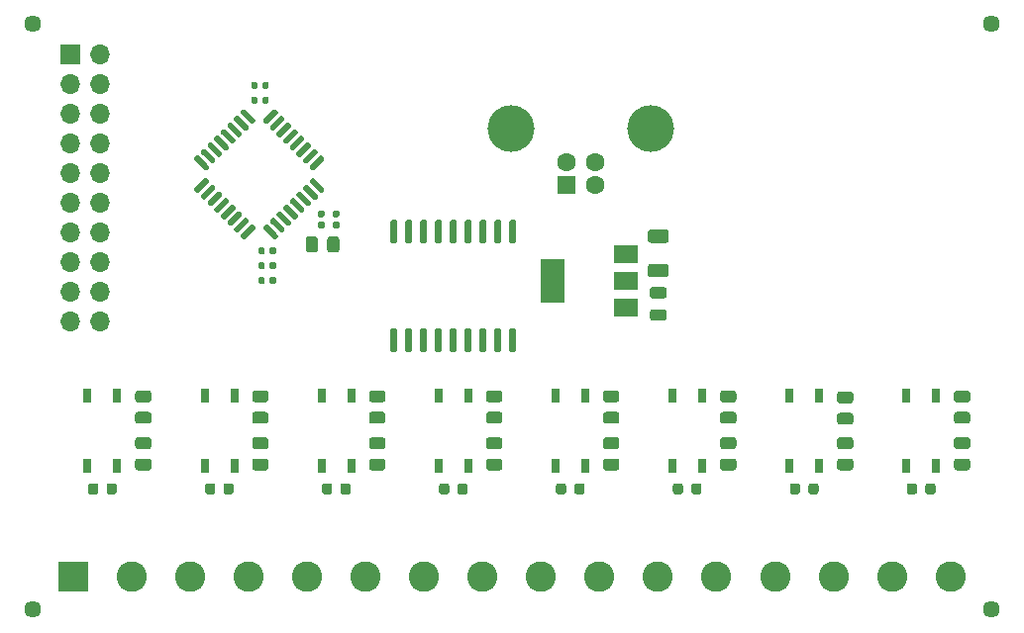
<source format=gbr>
G04 #@! TF.GenerationSoftware,KiCad,Pcbnew,(5.1.8)-1*
G04 #@! TF.CreationDate,2021-01-10T11:48:34-05:00*
G04 #@! TF.ProjectId,Relacon,52656c61-636f-46e2-9e6b-696361645f70,1*
G04 #@! TF.SameCoordinates,Original*
G04 #@! TF.FileFunction,Soldermask,Top*
G04 #@! TF.FilePolarity,Negative*
%FSLAX46Y46*%
G04 Gerber Fmt 4.6, Leading zero omitted, Abs format (unit mm)*
G04 Created by KiCad (PCBNEW (5.1.8)-1) date 2021-01-10 11:48:34*
%MOMM*%
%LPD*%
G01*
G04 APERTURE LIST*
%ADD10C,1.448000*%
%ADD11R,2.600000X2.600000*%
%ADD12C,2.600000*%
%ADD13R,0.800000X1.200000*%
%ADD14R,2.000000X1.500000*%
%ADD15R,2.000000X3.800000*%
%ADD16O,1.700000X1.700000*%
%ADD17R,1.700000X1.700000*%
%ADD18C,4.000000*%
%ADD19C,1.600000*%
%ADD20R,1.600000X1.600000*%
G04 APERTURE END LIST*
D10*
X128905000Y-65405000D03*
X210820000Y-65405000D03*
X210820000Y-115570000D03*
X128905000Y-115570000D03*
D11*
X132350000Y-112750000D03*
D12*
X137350000Y-112750000D03*
X142350000Y-112750000D03*
X147350000Y-112750000D03*
X152350000Y-112750000D03*
X157350000Y-112750000D03*
X162350000Y-112750000D03*
X167350000Y-112750000D03*
X172350000Y-112750000D03*
X177350000Y-112750000D03*
X182350000Y-112750000D03*
X187350000Y-112750000D03*
X192350000Y-112750000D03*
X197350000Y-112750000D03*
X202350000Y-112750000D03*
X207350000Y-112750000D03*
D13*
X203580000Y-103250000D03*
X203580000Y-97250000D03*
X206120000Y-97250000D03*
X206120000Y-103250000D03*
X193580000Y-103250000D03*
X193580000Y-97250000D03*
X196120000Y-97250000D03*
X196120000Y-103250000D03*
X183580000Y-103250000D03*
X183580000Y-97250000D03*
X186120000Y-97250000D03*
X186120000Y-103250000D03*
X173580000Y-103250000D03*
X173580000Y-97250000D03*
X176120000Y-97250000D03*
X176120000Y-103250000D03*
X163580000Y-103250000D03*
X163580000Y-97250000D03*
X166120000Y-97250000D03*
X166120000Y-103250000D03*
X153580000Y-103250000D03*
X153580000Y-97250000D03*
X156120000Y-97250000D03*
X156120000Y-103250000D03*
X143580000Y-103250000D03*
X143580000Y-97250000D03*
X146120000Y-97250000D03*
X146120000Y-103250000D03*
X133580000Y-103250000D03*
X133580000Y-97250000D03*
X136120000Y-97250000D03*
X136120000Y-103250000D03*
G36*
G01*
X169776000Y-91509000D02*
X170076000Y-91509000D01*
G75*
G02*
X170226000Y-91659000I0J-150000D01*
G01*
X170226000Y-93409000D01*
G75*
G02*
X170076000Y-93559000I-150000J0D01*
G01*
X169776000Y-93559000D01*
G75*
G02*
X169626000Y-93409000I0J150000D01*
G01*
X169626000Y-91659000D01*
G75*
G02*
X169776000Y-91509000I150000J0D01*
G01*
G37*
G36*
G01*
X168506000Y-91509000D02*
X168806000Y-91509000D01*
G75*
G02*
X168956000Y-91659000I0J-150000D01*
G01*
X168956000Y-93409000D01*
G75*
G02*
X168806000Y-93559000I-150000J0D01*
G01*
X168506000Y-93559000D01*
G75*
G02*
X168356000Y-93409000I0J150000D01*
G01*
X168356000Y-91659000D01*
G75*
G02*
X168506000Y-91509000I150000J0D01*
G01*
G37*
G36*
G01*
X167236000Y-91509000D02*
X167536000Y-91509000D01*
G75*
G02*
X167686000Y-91659000I0J-150000D01*
G01*
X167686000Y-93409000D01*
G75*
G02*
X167536000Y-93559000I-150000J0D01*
G01*
X167236000Y-93559000D01*
G75*
G02*
X167086000Y-93409000I0J150000D01*
G01*
X167086000Y-91659000D01*
G75*
G02*
X167236000Y-91509000I150000J0D01*
G01*
G37*
G36*
G01*
X165966000Y-91509000D02*
X166266000Y-91509000D01*
G75*
G02*
X166416000Y-91659000I0J-150000D01*
G01*
X166416000Y-93409000D01*
G75*
G02*
X166266000Y-93559000I-150000J0D01*
G01*
X165966000Y-93559000D01*
G75*
G02*
X165816000Y-93409000I0J150000D01*
G01*
X165816000Y-91659000D01*
G75*
G02*
X165966000Y-91509000I150000J0D01*
G01*
G37*
G36*
G01*
X164696000Y-91509000D02*
X164996000Y-91509000D01*
G75*
G02*
X165146000Y-91659000I0J-150000D01*
G01*
X165146000Y-93409000D01*
G75*
G02*
X164996000Y-93559000I-150000J0D01*
G01*
X164696000Y-93559000D01*
G75*
G02*
X164546000Y-93409000I0J150000D01*
G01*
X164546000Y-91659000D01*
G75*
G02*
X164696000Y-91509000I150000J0D01*
G01*
G37*
G36*
G01*
X163426000Y-91509000D02*
X163726000Y-91509000D01*
G75*
G02*
X163876000Y-91659000I0J-150000D01*
G01*
X163876000Y-93409000D01*
G75*
G02*
X163726000Y-93559000I-150000J0D01*
G01*
X163426000Y-93559000D01*
G75*
G02*
X163276000Y-93409000I0J150000D01*
G01*
X163276000Y-91659000D01*
G75*
G02*
X163426000Y-91509000I150000J0D01*
G01*
G37*
G36*
G01*
X162156000Y-91509000D02*
X162456000Y-91509000D01*
G75*
G02*
X162606000Y-91659000I0J-150000D01*
G01*
X162606000Y-93409000D01*
G75*
G02*
X162456000Y-93559000I-150000J0D01*
G01*
X162156000Y-93559000D01*
G75*
G02*
X162006000Y-93409000I0J150000D01*
G01*
X162006000Y-91659000D01*
G75*
G02*
X162156000Y-91509000I150000J0D01*
G01*
G37*
G36*
G01*
X160886000Y-91509000D02*
X161186000Y-91509000D01*
G75*
G02*
X161336000Y-91659000I0J-150000D01*
G01*
X161336000Y-93409000D01*
G75*
G02*
X161186000Y-93559000I-150000J0D01*
G01*
X160886000Y-93559000D01*
G75*
G02*
X160736000Y-93409000I0J150000D01*
G01*
X160736000Y-91659000D01*
G75*
G02*
X160886000Y-91509000I150000J0D01*
G01*
G37*
G36*
G01*
X159616000Y-91509000D02*
X159916000Y-91509000D01*
G75*
G02*
X160066000Y-91659000I0J-150000D01*
G01*
X160066000Y-93409000D01*
G75*
G02*
X159916000Y-93559000I-150000J0D01*
G01*
X159616000Y-93559000D01*
G75*
G02*
X159466000Y-93409000I0J150000D01*
G01*
X159466000Y-91659000D01*
G75*
G02*
X159616000Y-91509000I150000J0D01*
G01*
G37*
G36*
G01*
X159616000Y-82209000D02*
X159916000Y-82209000D01*
G75*
G02*
X160066000Y-82359000I0J-150000D01*
G01*
X160066000Y-84109000D01*
G75*
G02*
X159916000Y-84259000I-150000J0D01*
G01*
X159616000Y-84259000D01*
G75*
G02*
X159466000Y-84109000I0J150000D01*
G01*
X159466000Y-82359000D01*
G75*
G02*
X159616000Y-82209000I150000J0D01*
G01*
G37*
G36*
G01*
X160886000Y-82209000D02*
X161186000Y-82209000D01*
G75*
G02*
X161336000Y-82359000I0J-150000D01*
G01*
X161336000Y-84109000D01*
G75*
G02*
X161186000Y-84259000I-150000J0D01*
G01*
X160886000Y-84259000D01*
G75*
G02*
X160736000Y-84109000I0J150000D01*
G01*
X160736000Y-82359000D01*
G75*
G02*
X160886000Y-82209000I150000J0D01*
G01*
G37*
G36*
G01*
X162156000Y-82209000D02*
X162456000Y-82209000D01*
G75*
G02*
X162606000Y-82359000I0J-150000D01*
G01*
X162606000Y-84109000D01*
G75*
G02*
X162456000Y-84259000I-150000J0D01*
G01*
X162156000Y-84259000D01*
G75*
G02*
X162006000Y-84109000I0J150000D01*
G01*
X162006000Y-82359000D01*
G75*
G02*
X162156000Y-82209000I150000J0D01*
G01*
G37*
G36*
G01*
X163426000Y-82209000D02*
X163726000Y-82209000D01*
G75*
G02*
X163876000Y-82359000I0J-150000D01*
G01*
X163876000Y-84109000D01*
G75*
G02*
X163726000Y-84259000I-150000J0D01*
G01*
X163426000Y-84259000D01*
G75*
G02*
X163276000Y-84109000I0J150000D01*
G01*
X163276000Y-82359000D01*
G75*
G02*
X163426000Y-82209000I150000J0D01*
G01*
G37*
G36*
G01*
X164696000Y-82209000D02*
X164996000Y-82209000D01*
G75*
G02*
X165146000Y-82359000I0J-150000D01*
G01*
X165146000Y-84109000D01*
G75*
G02*
X164996000Y-84259000I-150000J0D01*
G01*
X164696000Y-84259000D01*
G75*
G02*
X164546000Y-84109000I0J150000D01*
G01*
X164546000Y-82359000D01*
G75*
G02*
X164696000Y-82209000I150000J0D01*
G01*
G37*
G36*
G01*
X165966000Y-82209000D02*
X166266000Y-82209000D01*
G75*
G02*
X166416000Y-82359000I0J-150000D01*
G01*
X166416000Y-84109000D01*
G75*
G02*
X166266000Y-84259000I-150000J0D01*
G01*
X165966000Y-84259000D01*
G75*
G02*
X165816000Y-84109000I0J150000D01*
G01*
X165816000Y-82359000D01*
G75*
G02*
X165966000Y-82209000I150000J0D01*
G01*
G37*
G36*
G01*
X167236000Y-82209000D02*
X167536000Y-82209000D01*
G75*
G02*
X167686000Y-82359000I0J-150000D01*
G01*
X167686000Y-84109000D01*
G75*
G02*
X167536000Y-84259000I-150000J0D01*
G01*
X167236000Y-84259000D01*
G75*
G02*
X167086000Y-84109000I0J150000D01*
G01*
X167086000Y-82359000D01*
G75*
G02*
X167236000Y-82209000I150000J0D01*
G01*
G37*
G36*
G01*
X168506000Y-82209000D02*
X168806000Y-82209000D01*
G75*
G02*
X168956000Y-82359000I0J-150000D01*
G01*
X168956000Y-84109000D01*
G75*
G02*
X168806000Y-84259000I-150000J0D01*
G01*
X168506000Y-84259000D01*
G75*
G02*
X168356000Y-84109000I0J150000D01*
G01*
X168356000Y-82359000D01*
G75*
G02*
X168506000Y-82209000I150000J0D01*
G01*
G37*
G36*
G01*
X169776000Y-82209000D02*
X170076000Y-82209000D01*
G75*
G02*
X170226000Y-82359000I0J-150000D01*
G01*
X170226000Y-84109000D01*
G75*
G02*
X170076000Y-84259000I-150000J0D01*
G01*
X169776000Y-84259000D01*
G75*
G02*
X169626000Y-84109000I0J150000D01*
G01*
X169626000Y-82359000D01*
G75*
G02*
X169776000Y-82209000I150000J0D01*
G01*
G37*
D14*
X179602000Y-89754000D03*
X179602000Y-85154000D03*
X179602000Y-87454000D03*
D15*
X173302000Y-87454000D03*
G36*
G01*
X147904446Y-82976905D02*
X147020563Y-83860788D01*
G75*
G02*
X146843787Y-83860788I-88388J88388D01*
G01*
X146667010Y-83684011D01*
G75*
G02*
X146667010Y-83507235I88388J88388D01*
G01*
X147550893Y-82623352D01*
G75*
G02*
X147727669Y-82623352I88388J-88388D01*
G01*
X147904446Y-82800129D01*
G75*
G02*
X147904446Y-82976905I-88388J-88388D01*
G01*
G37*
G36*
G01*
X147338761Y-82411219D02*
X146454878Y-83295102D01*
G75*
G02*
X146278102Y-83295102I-88388J88388D01*
G01*
X146101325Y-83118325D01*
G75*
G02*
X146101325Y-82941549I88388J88388D01*
G01*
X146985208Y-82057666D01*
G75*
G02*
X147161984Y-82057666I88388J-88388D01*
G01*
X147338761Y-82234443D01*
G75*
G02*
X147338761Y-82411219I-88388J-88388D01*
G01*
G37*
G36*
G01*
X146773075Y-81845534D02*
X145889192Y-82729417D01*
G75*
G02*
X145712416Y-82729417I-88388J88388D01*
G01*
X145535639Y-82552640D01*
G75*
G02*
X145535639Y-82375864I88388J88388D01*
G01*
X146419522Y-81491981D01*
G75*
G02*
X146596298Y-81491981I88388J-88388D01*
G01*
X146773075Y-81668758D01*
G75*
G02*
X146773075Y-81845534I-88388J-88388D01*
G01*
G37*
G36*
G01*
X146207390Y-81279849D02*
X145323507Y-82163732D01*
G75*
G02*
X145146731Y-82163732I-88388J88388D01*
G01*
X144969954Y-81986955D01*
G75*
G02*
X144969954Y-81810179I88388J88388D01*
G01*
X145853837Y-80926296D01*
G75*
G02*
X146030613Y-80926296I88388J-88388D01*
G01*
X146207390Y-81103073D01*
G75*
G02*
X146207390Y-81279849I-88388J-88388D01*
G01*
G37*
G36*
G01*
X145641704Y-80714163D02*
X144757821Y-81598046D01*
G75*
G02*
X144581045Y-81598046I-88388J88388D01*
G01*
X144404268Y-81421269D01*
G75*
G02*
X144404268Y-81244493I88388J88388D01*
G01*
X145288151Y-80360610D01*
G75*
G02*
X145464927Y-80360610I88388J-88388D01*
G01*
X145641704Y-80537387D01*
G75*
G02*
X145641704Y-80714163I-88388J-88388D01*
G01*
G37*
G36*
G01*
X145076019Y-80148478D02*
X144192136Y-81032361D01*
G75*
G02*
X144015360Y-81032361I-88388J88388D01*
G01*
X143838583Y-80855584D01*
G75*
G02*
X143838583Y-80678808I88388J88388D01*
G01*
X144722466Y-79794925D01*
G75*
G02*
X144899242Y-79794925I88388J-88388D01*
G01*
X145076019Y-79971702D01*
G75*
G02*
X145076019Y-80148478I-88388J-88388D01*
G01*
G37*
G36*
G01*
X144510334Y-79582792D02*
X143626451Y-80466675D01*
G75*
G02*
X143449675Y-80466675I-88388J88388D01*
G01*
X143272898Y-80289898D01*
G75*
G02*
X143272898Y-80113122I88388J88388D01*
G01*
X144156781Y-79229239D01*
G75*
G02*
X144333557Y-79229239I88388J-88388D01*
G01*
X144510334Y-79406016D01*
G75*
G02*
X144510334Y-79582792I-88388J-88388D01*
G01*
G37*
G36*
G01*
X143944648Y-79017107D02*
X143060765Y-79900990D01*
G75*
G02*
X142883989Y-79900990I-88388J88388D01*
G01*
X142707212Y-79724213D01*
G75*
G02*
X142707212Y-79547437I88388J88388D01*
G01*
X143591095Y-78663554D01*
G75*
G02*
X143767871Y-78663554I88388J-88388D01*
G01*
X143944648Y-78840331D01*
G75*
G02*
X143944648Y-79017107I-88388J-88388D01*
G01*
G37*
G36*
G01*
X143944648Y-77779669D02*
X143767871Y-77956446D01*
G75*
G02*
X143591095Y-77956446I-88388J88388D01*
G01*
X142707212Y-77072563D01*
G75*
G02*
X142707212Y-76895787I88388J88388D01*
G01*
X142883989Y-76719010D01*
G75*
G02*
X143060765Y-76719010I88388J-88388D01*
G01*
X143944648Y-77602893D01*
G75*
G02*
X143944648Y-77779669I-88388J-88388D01*
G01*
G37*
G36*
G01*
X144510334Y-77213984D02*
X144333557Y-77390761D01*
G75*
G02*
X144156781Y-77390761I-88388J88388D01*
G01*
X143272898Y-76506878D01*
G75*
G02*
X143272898Y-76330102I88388J88388D01*
G01*
X143449675Y-76153325D01*
G75*
G02*
X143626451Y-76153325I88388J-88388D01*
G01*
X144510334Y-77037208D01*
G75*
G02*
X144510334Y-77213984I-88388J-88388D01*
G01*
G37*
G36*
G01*
X145076019Y-76648298D02*
X144899242Y-76825075D01*
G75*
G02*
X144722466Y-76825075I-88388J88388D01*
G01*
X143838583Y-75941192D01*
G75*
G02*
X143838583Y-75764416I88388J88388D01*
G01*
X144015360Y-75587639D01*
G75*
G02*
X144192136Y-75587639I88388J-88388D01*
G01*
X145076019Y-76471522D01*
G75*
G02*
X145076019Y-76648298I-88388J-88388D01*
G01*
G37*
G36*
G01*
X145641704Y-76082613D02*
X145464927Y-76259390D01*
G75*
G02*
X145288151Y-76259390I-88388J88388D01*
G01*
X144404268Y-75375507D01*
G75*
G02*
X144404268Y-75198731I88388J88388D01*
G01*
X144581045Y-75021954D01*
G75*
G02*
X144757821Y-75021954I88388J-88388D01*
G01*
X145641704Y-75905837D01*
G75*
G02*
X145641704Y-76082613I-88388J-88388D01*
G01*
G37*
G36*
G01*
X146207390Y-75516927D02*
X146030613Y-75693704D01*
G75*
G02*
X145853837Y-75693704I-88388J88388D01*
G01*
X144969954Y-74809821D01*
G75*
G02*
X144969954Y-74633045I88388J88388D01*
G01*
X145146731Y-74456268D01*
G75*
G02*
X145323507Y-74456268I88388J-88388D01*
G01*
X146207390Y-75340151D01*
G75*
G02*
X146207390Y-75516927I-88388J-88388D01*
G01*
G37*
G36*
G01*
X146773075Y-74951242D02*
X146596298Y-75128019D01*
G75*
G02*
X146419522Y-75128019I-88388J88388D01*
G01*
X145535639Y-74244136D01*
G75*
G02*
X145535639Y-74067360I88388J88388D01*
G01*
X145712416Y-73890583D01*
G75*
G02*
X145889192Y-73890583I88388J-88388D01*
G01*
X146773075Y-74774466D01*
G75*
G02*
X146773075Y-74951242I-88388J-88388D01*
G01*
G37*
G36*
G01*
X147338761Y-74385557D02*
X147161984Y-74562334D01*
G75*
G02*
X146985208Y-74562334I-88388J88388D01*
G01*
X146101325Y-73678451D01*
G75*
G02*
X146101325Y-73501675I88388J88388D01*
G01*
X146278102Y-73324898D01*
G75*
G02*
X146454878Y-73324898I88388J-88388D01*
G01*
X147338761Y-74208781D01*
G75*
G02*
X147338761Y-74385557I-88388J-88388D01*
G01*
G37*
G36*
G01*
X147904446Y-73819871D02*
X147727669Y-73996648D01*
G75*
G02*
X147550893Y-73996648I-88388J88388D01*
G01*
X146667010Y-73112765D01*
G75*
G02*
X146667010Y-72935989I88388J88388D01*
G01*
X146843787Y-72759212D01*
G75*
G02*
X147020563Y-72759212I88388J-88388D01*
G01*
X147904446Y-73643095D01*
G75*
G02*
X147904446Y-73819871I-88388J-88388D01*
G01*
G37*
G36*
G01*
X149848990Y-73112765D02*
X148965107Y-73996648D01*
G75*
G02*
X148788331Y-73996648I-88388J88388D01*
G01*
X148611554Y-73819871D01*
G75*
G02*
X148611554Y-73643095I88388J88388D01*
G01*
X149495437Y-72759212D01*
G75*
G02*
X149672213Y-72759212I88388J-88388D01*
G01*
X149848990Y-72935989D01*
G75*
G02*
X149848990Y-73112765I-88388J-88388D01*
G01*
G37*
G36*
G01*
X150414675Y-73678451D02*
X149530792Y-74562334D01*
G75*
G02*
X149354016Y-74562334I-88388J88388D01*
G01*
X149177239Y-74385557D01*
G75*
G02*
X149177239Y-74208781I88388J88388D01*
G01*
X150061122Y-73324898D01*
G75*
G02*
X150237898Y-73324898I88388J-88388D01*
G01*
X150414675Y-73501675D01*
G75*
G02*
X150414675Y-73678451I-88388J-88388D01*
G01*
G37*
G36*
G01*
X150980361Y-74244136D02*
X150096478Y-75128019D01*
G75*
G02*
X149919702Y-75128019I-88388J88388D01*
G01*
X149742925Y-74951242D01*
G75*
G02*
X149742925Y-74774466I88388J88388D01*
G01*
X150626808Y-73890583D01*
G75*
G02*
X150803584Y-73890583I88388J-88388D01*
G01*
X150980361Y-74067360D01*
G75*
G02*
X150980361Y-74244136I-88388J-88388D01*
G01*
G37*
G36*
G01*
X151546046Y-74809821D02*
X150662163Y-75693704D01*
G75*
G02*
X150485387Y-75693704I-88388J88388D01*
G01*
X150308610Y-75516927D01*
G75*
G02*
X150308610Y-75340151I88388J88388D01*
G01*
X151192493Y-74456268D01*
G75*
G02*
X151369269Y-74456268I88388J-88388D01*
G01*
X151546046Y-74633045D01*
G75*
G02*
X151546046Y-74809821I-88388J-88388D01*
G01*
G37*
G36*
G01*
X152111732Y-75375507D02*
X151227849Y-76259390D01*
G75*
G02*
X151051073Y-76259390I-88388J88388D01*
G01*
X150874296Y-76082613D01*
G75*
G02*
X150874296Y-75905837I88388J88388D01*
G01*
X151758179Y-75021954D01*
G75*
G02*
X151934955Y-75021954I88388J-88388D01*
G01*
X152111732Y-75198731D01*
G75*
G02*
X152111732Y-75375507I-88388J-88388D01*
G01*
G37*
G36*
G01*
X152677417Y-75941192D02*
X151793534Y-76825075D01*
G75*
G02*
X151616758Y-76825075I-88388J88388D01*
G01*
X151439981Y-76648298D01*
G75*
G02*
X151439981Y-76471522I88388J88388D01*
G01*
X152323864Y-75587639D01*
G75*
G02*
X152500640Y-75587639I88388J-88388D01*
G01*
X152677417Y-75764416D01*
G75*
G02*
X152677417Y-75941192I-88388J-88388D01*
G01*
G37*
G36*
G01*
X153243102Y-76506878D02*
X152359219Y-77390761D01*
G75*
G02*
X152182443Y-77390761I-88388J88388D01*
G01*
X152005666Y-77213984D01*
G75*
G02*
X152005666Y-77037208I88388J88388D01*
G01*
X152889549Y-76153325D01*
G75*
G02*
X153066325Y-76153325I88388J-88388D01*
G01*
X153243102Y-76330102D01*
G75*
G02*
X153243102Y-76506878I-88388J-88388D01*
G01*
G37*
G36*
G01*
X153808788Y-77072563D02*
X152924905Y-77956446D01*
G75*
G02*
X152748129Y-77956446I-88388J88388D01*
G01*
X152571352Y-77779669D01*
G75*
G02*
X152571352Y-77602893I88388J88388D01*
G01*
X153455235Y-76719010D01*
G75*
G02*
X153632011Y-76719010I88388J-88388D01*
G01*
X153808788Y-76895787D01*
G75*
G02*
X153808788Y-77072563I-88388J-88388D01*
G01*
G37*
G36*
G01*
X153808788Y-79724213D02*
X153632011Y-79900990D01*
G75*
G02*
X153455235Y-79900990I-88388J88388D01*
G01*
X152571352Y-79017107D01*
G75*
G02*
X152571352Y-78840331I88388J88388D01*
G01*
X152748129Y-78663554D01*
G75*
G02*
X152924905Y-78663554I88388J-88388D01*
G01*
X153808788Y-79547437D01*
G75*
G02*
X153808788Y-79724213I-88388J-88388D01*
G01*
G37*
G36*
G01*
X153243102Y-80289898D02*
X153066325Y-80466675D01*
G75*
G02*
X152889549Y-80466675I-88388J88388D01*
G01*
X152005666Y-79582792D01*
G75*
G02*
X152005666Y-79406016I88388J88388D01*
G01*
X152182443Y-79229239D01*
G75*
G02*
X152359219Y-79229239I88388J-88388D01*
G01*
X153243102Y-80113122D01*
G75*
G02*
X153243102Y-80289898I-88388J-88388D01*
G01*
G37*
G36*
G01*
X152677417Y-80855584D02*
X152500640Y-81032361D01*
G75*
G02*
X152323864Y-81032361I-88388J88388D01*
G01*
X151439981Y-80148478D01*
G75*
G02*
X151439981Y-79971702I88388J88388D01*
G01*
X151616758Y-79794925D01*
G75*
G02*
X151793534Y-79794925I88388J-88388D01*
G01*
X152677417Y-80678808D01*
G75*
G02*
X152677417Y-80855584I-88388J-88388D01*
G01*
G37*
G36*
G01*
X152111732Y-81421269D02*
X151934955Y-81598046D01*
G75*
G02*
X151758179Y-81598046I-88388J88388D01*
G01*
X150874296Y-80714163D01*
G75*
G02*
X150874296Y-80537387I88388J88388D01*
G01*
X151051073Y-80360610D01*
G75*
G02*
X151227849Y-80360610I88388J-88388D01*
G01*
X152111732Y-81244493D01*
G75*
G02*
X152111732Y-81421269I-88388J-88388D01*
G01*
G37*
G36*
G01*
X151546046Y-81986955D02*
X151369269Y-82163732D01*
G75*
G02*
X151192493Y-82163732I-88388J88388D01*
G01*
X150308610Y-81279849D01*
G75*
G02*
X150308610Y-81103073I88388J88388D01*
G01*
X150485387Y-80926296D01*
G75*
G02*
X150662163Y-80926296I88388J-88388D01*
G01*
X151546046Y-81810179D01*
G75*
G02*
X151546046Y-81986955I-88388J-88388D01*
G01*
G37*
G36*
G01*
X150980361Y-82552640D02*
X150803584Y-82729417D01*
G75*
G02*
X150626808Y-82729417I-88388J88388D01*
G01*
X149742925Y-81845534D01*
G75*
G02*
X149742925Y-81668758I88388J88388D01*
G01*
X149919702Y-81491981D01*
G75*
G02*
X150096478Y-81491981I88388J-88388D01*
G01*
X150980361Y-82375864D01*
G75*
G02*
X150980361Y-82552640I-88388J-88388D01*
G01*
G37*
G36*
G01*
X150414675Y-83118325D02*
X150237898Y-83295102D01*
G75*
G02*
X150061122Y-83295102I-88388J88388D01*
G01*
X149177239Y-82411219D01*
G75*
G02*
X149177239Y-82234443I88388J88388D01*
G01*
X149354016Y-82057666D01*
G75*
G02*
X149530792Y-82057666I88388J-88388D01*
G01*
X150414675Y-82941549D01*
G75*
G02*
X150414675Y-83118325I-88388J-88388D01*
G01*
G37*
G36*
G01*
X149848990Y-83684011D02*
X149672213Y-83860788D01*
G75*
G02*
X149495437Y-83860788I-88388J88388D01*
G01*
X148611554Y-82976905D01*
G75*
G02*
X148611554Y-82800129I88388J88388D01*
G01*
X148788331Y-82623352D01*
G75*
G02*
X148965107Y-82623352I88388J-88388D01*
G01*
X149848990Y-83507235D01*
G75*
G02*
X149848990Y-83684011I-88388J-88388D01*
G01*
G37*
G36*
G01*
X207899998Y-98650000D02*
X208800002Y-98650000D01*
G75*
G02*
X209050000Y-98899998I0J-249998D01*
G01*
X209050000Y-99425002D01*
G75*
G02*
X208800002Y-99675000I-249998J0D01*
G01*
X207899998Y-99675000D01*
G75*
G02*
X207650000Y-99425002I0J249998D01*
G01*
X207650000Y-98899998D01*
G75*
G02*
X207899998Y-98650000I249998J0D01*
G01*
G37*
G36*
G01*
X207899998Y-96825000D02*
X208800002Y-96825000D01*
G75*
G02*
X209050000Y-97074998I0J-249998D01*
G01*
X209050000Y-97600002D01*
G75*
G02*
X208800002Y-97850000I-249998J0D01*
G01*
X207899998Y-97850000D01*
G75*
G02*
X207650000Y-97600002I0J249998D01*
G01*
X207650000Y-97074998D01*
G75*
G02*
X207899998Y-96825000I249998J0D01*
G01*
G37*
G36*
G01*
X197899998Y-98737500D02*
X198800002Y-98737500D01*
G75*
G02*
X199050000Y-98987498I0J-249998D01*
G01*
X199050000Y-99512502D01*
G75*
G02*
X198800002Y-99762500I-249998J0D01*
G01*
X197899998Y-99762500D01*
G75*
G02*
X197650000Y-99512502I0J249998D01*
G01*
X197650000Y-98987498D01*
G75*
G02*
X197899998Y-98737500I249998J0D01*
G01*
G37*
G36*
G01*
X197899998Y-96912500D02*
X198800002Y-96912500D01*
G75*
G02*
X199050000Y-97162498I0J-249998D01*
G01*
X199050000Y-97687502D01*
G75*
G02*
X198800002Y-97937500I-249998J0D01*
G01*
X197899998Y-97937500D01*
G75*
G02*
X197650000Y-97687502I0J249998D01*
G01*
X197650000Y-97162498D01*
G75*
G02*
X197899998Y-96912500I249998J0D01*
G01*
G37*
G36*
G01*
X187899998Y-98650000D02*
X188800002Y-98650000D01*
G75*
G02*
X189050000Y-98899998I0J-249998D01*
G01*
X189050000Y-99425002D01*
G75*
G02*
X188800002Y-99675000I-249998J0D01*
G01*
X187899998Y-99675000D01*
G75*
G02*
X187650000Y-99425002I0J249998D01*
G01*
X187650000Y-98899998D01*
G75*
G02*
X187899998Y-98650000I249998J0D01*
G01*
G37*
G36*
G01*
X187899998Y-96825000D02*
X188800002Y-96825000D01*
G75*
G02*
X189050000Y-97074998I0J-249998D01*
G01*
X189050000Y-97600002D01*
G75*
G02*
X188800002Y-97850000I-249998J0D01*
G01*
X187899998Y-97850000D01*
G75*
G02*
X187650000Y-97600002I0J249998D01*
G01*
X187650000Y-97074998D01*
G75*
G02*
X187899998Y-96825000I249998J0D01*
G01*
G37*
G36*
G01*
X177899998Y-98650000D02*
X178800002Y-98650000D01*
G75*
G02*
X179050000Y-98899998I0J-249998D01*
G01*
X179050000Y-99425002D01*
G75*
G02*
X178800002Y-99675000I-249998J0D01*
G01*
X177899998Y-99675000D01*
G75*
G02*
X177650000Y-99425002I0J249998D01*
G01*
X177650000Y-98899998D01*
G75*
G02*
X177899998Y-98650000I249998J0D01*
G01*
G37*
G36*
G01*
X177899998Y-96825000D02*
X178800002Y-96825000D01*
G75*
G02*
X179050000Y-97074998I0J-249998D01*
G01*
X179050000Y-97600002D01*
G75*
G02*
X178800002Y-97850000I-249998J0D01*
G01*
X177899998Y-97850000D01*
G75*
G02*
X177650000Y-97600002I0J249998D01*
G01*
X177650000Y-97074998D01*
G75*
G02*
X177899998Y-96825000I249998J0D01*
G01*
G37*
G36*
G01*
X207899998Y-102650000D02*
X208800002Y-102650000D01*
G75*
G02*
X209050000Y-102899998I0J-249998D01*
G01*
X209050000Y-103425002D01*
G75*
G02*
X208800002Y-103675000I-249998J0D01*
G01*
X207899998Y-103675000D01*
G75*
G02*
X207650000Y-103425002I0J249998D01*
G01*
X207650000Y-102899998D01*
G75*
G02*
X207899998Y-102650000I249998J0D01*
G01*
G37*
G36*
G01*
X207899998Y-100825000D02*
X208800002Y-100825000D01*
G75*
G02*
X209050000Y-101074998I0J-249998D01*
G01*
X209050000Y-101600002D01*
G75*
G02*
X208800002Y-101850000I-249998J0D01*
G01*
X207899998Y-101850000D01*
G75*
G02*
X207650000Y-101600002I0J249998D01*
G01*
X207650000Y-101074998D01*
G75*
G02*
X207899998Y-100825000I249998J0D01*
G01*
G37*
G36*
G01*
X197899998Y-102650000D02*
X198800002Y-102650000D01*
G75*
G02*
X199050000Y-102899998I0J-249998D01*
G01*
X199050000Y-103425002D01*
G75*
G02*
X198800002Y-103675000I-249998J0D01*
G01*
X197899998Y-103675000D01*
G75*
G02*
X197650000Y-103425002I0J249998D01*
G01*
X197650000Y-102899998D01*
G75*
G02*
X197899998Y-102650000I249998J0D01*
G01*
G37*
G36*
G01*
X197899998Y-100825000D02*
X198800002Y-100825000D01*
G75*
G02*
X199050000Y-101074998I0J-249998D01*
G01*
X199050000Y-101600002D01*
G75*
G02*
X198800002Y-101850000I-249998J0D01*
G01*
X197899998Y-101850000D01*
G75*
G02*
X197650000Y-101600002I0J249998D01*
G01*
X197650000Y-101074998D01*
G75*
G02*
X197899998Y-100825000I249998J0D01*
G01*
G37*
G36*
G01*
X187899998Y-102650000D02*
X188800002Y-102650000D01*
G75*
G02*
X189050000Y-102899998I0J-249998D01*
G01*
X189050000Y-103425002D01*
G75*
G02*
X188800002Y-103675000I-249998J0D01*
G01*
X187899998Y-103675000D01*
G75*
G02*
X187650000Y-103425002I0J249998D01*
G01*
X187650000Y-102899998D01*
G75*
G02*
X187899998Y-102650000I249998J0D01*
G01*
G37*
G36*
G01*
X187899998Y-100825000D02*
X188800002Y-100825000D01*
G75*
G02*
X189050000Y-101074998I0J-249998D01*
G01*
X189050000Y-101600002D01*
G75*
G02*
X188800002Y-101850000I-249998J0D01*
G01*
X187899998Y-101850000D01*
G75*
G02*
X187650000Y-101600002I0J249998D01*
G01*
X187650000Y-101074998D01*
G75*
G02*
X187899998Y-100825000I249998J0D01*
G01*
G37*
G36*
G01*
X177899998Y-102650000D02*
X178800002Y-102650000D01*
G75*
G02*
X179050000Y-102899998I0J-249998D01*
G01*
X179050000Y-103425002D01*
G75*
G02*
X178800002Y-103675000I-249998J0D01*
G01*
X177899998Y-103675000D01*
G75*
G02*
X177650000Y-103425002I0J249998D01*
G01*
X177650000Y-102899998D01*
G75*
G02*
X177899998Y-102650000I249998J0D01*
G01*
G37*
G36*
G01*
X177899998Y-100825000D02*
X178800002Y-100825000D01*
G75*
G02*
X179050000Y-101074998I0J-249998D01*
G01*
X179050000Y-101600002D01*
G75*
G02*
X178800002Y-101850000I-249998J0D01*
G01*
X177899998Y-101850000D01*
G75*
G02*
X177650000Y-101600002I0J249998D01*
G01*
X177650000Y-101074998D01*
G75*
G02*
X177899998Y-100825000I249998J0D01*
G01*
G37*
G36*
G01*
X167899998Y-98650000D02*
X168800002Y-98650000D01*
G75*
G02*
X169050000Y-98899998I0J-249998D01*
G01*
X169050000Y-99425002D01*
G75*
G02*
X168800002Y-99675000I-249998J0D01*
G01*
X167899998Y-99675000D01*
G75*
G02*
X167650000Y-99425002I0J249998D01*
G01*
X167650000Y-98899998D01*
G75*
G02*
X167899998Y-98650000I249998J0D01*
G01*
G37*
G36*
G01*
X167899998Y-96825000D02*
X168800002Y-96825000D01*
G75*
G02*
X169050000Y-97074998I0J-249998D01*
G01*
X169050000Y-97600002D01*
G75*
G02*
X168800002Y-97850000I-249998J0D01*
G01*
X167899998Y-97850000D01*
G75*
G02*
X167650000Y-97600002I0J249998D01*
G01*
X167650000Y-97074998D01*
G75*
G02*
X167899998Y-96825000I249998J0D01*
G01*
G37*
G36*
G01*
X157899998Y-98650000D02*
X158800002Y-98650000D01*
G75*
G02*
X159050000Y-98899998I0J-249998D01*
G01*
X159050000Y-99425002D01*
G75*
G02*
X158800002Y-99675000I-249998J0D01*
G01*
X157899998Y-99675000D01*
G75*
G02*
X157650000Y-99425002I0J249998D01*
G01*
X157650000Y-98899998D01*
G75*
G02*
X157899998Y-98650000I249998J0D01*
G01*
G37*
G36*
G01*
X157899998Y-96825000D02*
X158800002Y-96825000D01*
G75*
G02*
X159050000Y-97074998I0J-249998D01*
G01*
X159050000Y-97600002D01*
G75*
G02*
X158800002Y-97850000I-249998J0D01*
G01*
X157899998Y-97850000D01*
G75*
G02*
X157650000Y-97600002I0J249998D01*
G01*
X157650000Y-97074998D01*
G75*
G02*
X157899998Y-96825000I249998J0D01*
G01*
G37*
G36*
G01*
X147899998Y-98650000D02*
X148800002Y-98650000D01*
G75*
G02*
X149050000Y-98899998I0J-249998D01*
G01*
X149050000Y-99425002D01*
G75*
G02*
X148800002Y-99675000I-249998J0D01*
G01*
X147899998Y-99675000D01*
G75*
G02*
X147650000Y-99425002I0J249998D01*
G01*
X147650000Y-98899998D01*
G75*
G02*
X147899998Y-98650000I249998J0D01*
G01*
G37*
G36*
G01*
X147899998Y-96825000D02*
X148800002Y-96825000D01*
G75*
G02*
X149050000Y-97074998I0J-249998D01*
G01*
X149050000Y-97600002D01*
G75*
G02*
X148800002Y-97850000I-249998J0D01*
G01*
X147899998Y-97850000D01*
G75*
G02*
X147650000Y-97600002I0J249998D01*
G01*
X147650000Y-97074998D01*
G75*
G02*
X147899998Y-96825000I249998J0D01*
G01*
G37*
G36*
G01*
X137899998Y-98650000D02*
X138800002Y-98650000D01*
G75*
G02*
X139050000Y-98899998I0J-249998D01*
G01*
X139050000Y-99425002D01*
G75*
G02*
X138800002Y-99675000I-249998J0D01*
G01*
X137899998Y-99675000D01*
G75*
G02*
X137650000Y-99425002I0J249998D01*
G01*
X137650000Y-98899998D01*
G75*
G02*
X137899998Y-98650000I249998J0D01*
G01*
G37*
G36*
G01*
X137899998Y-96825000D02*
X138800002Y-96825000D01*
G75*
G02*
X139050000Y-97074998I0J-249998D01*
G01*
X139050000Y-97600002D01*
G75*
G02*
X138800002Y-97850000I-249998J0D01*
G01*
X137899998Y-97850000D01*
G75*
G02*
X137650000Y-97600002I0J249998D01*
G01*
X137650000Y-97074998D01*
G75*
G02*
X137899998Y-96825000I249998J0D01*
G01*
G37*
G36*
G01*
X167899998Y-102650000D02*
X168800002Y-102650000D01*
G75*
G02*
X169050000Y-102899998I0J-249998D01*
G01*
X169050000Y-103425002D01*
G75*
G02*
X168800002Y-103675000I-249998J0D01*
G01*
X167899998Y-103675000D01*
G75*
G02*
X167650000Y-103425002I0J249998D01*
G01*
X167650000Y-102899998D01*
G75*
G02*
X167899998Y-102650000I249998J0D01*
G01*
G37*
G36*
G01*
X167899998Y-100825000D02*
X168800002Y-100825000D01*
G75*
G02*
X169050000Y-101074998I0J-249998D01*
G01*
X169050000Y-101600002D01*
G75*
G02*
X168800002Y-101850000I-249998J0D01*
G01*
X167899998Y-101850000D01*
G75*
G02*
X167650000Y-101600002I0J249998D01*
G01*
X167650000Y-101074998D01*
G75*
G02*
X167899998Y-100825000I249998J0D01*
G01*
G37*
G36*
G01*
X157899998Y-102650000D02*
X158800002Y-102650000D01*
G75*
G02*
X159050000Y-102899998I0J-249998D01*
G01*
X159050000Y-103425002D01*
G75*
G02*
X158800002Y-103675000I-249998J0D01*
G01*
X157899998Y-103675000D01*
G75*
G02*
X157650000Y-103425002I0J249998D01*
G01*
X157650000Y-102899998D01*
G75*
G02*
X157899998Y-102650000I249998J0D01*
G01*
G37*
G36*
G01*
X157899998Y-100825000D02*
X158800002Y-100825000D01*
G75*
G02*
X159050000Y-101074998I0J-249998D01*
G01*
X159050000Y-101600002D01*
G75*
G02*
X158800002Y-101850000I-249998J0D01*
G01*
X157899998Y-101850000D01*
G75*
G02*
X157650000Y-101600002I0J249998D01*
G01*
X157650000Y-101074998D01*
G75*
G02*
X157899998Y-100825000I249998J0D01*
G01*
G37*
G36*
G01*
X147899998Y-102650000D02*
X148800002Y-102650000D01*
G75*
G02*
X149050000Y-102899998I0J-249998D01*
G01*
X149050000Y-103425002D01*
G75*
G02*
X148800002Y-103675000I-249998J0D01*
G01*
X147899998Y-103675000D01*
G75*
G02*
X147650000Y-103425002I0J249998D01*
G01*
X147650000Y-102899998D01*
G75*
G02*
X147899998Y-102650000I249998J0D01*
G01*
G37*
G36*
G01*
X147899998Y-100825000D02*
X148800002Y-100825000D01*
G75*
G02*
X149050000Y-101074998I0J-249998D01*
G01*
X149050000Y-101600002D01*
G75*
G02*
X148800002Y-101850000I-249998J0D01*
G01*
X147899998Y-101850000D01*
G75*
G02*
X147650000Y-101600002I0J249998D01*
G01*
X147650000Y-101074998D01*
G75*
G02*
X147899998Y-100825000I249998J0D01*
G01*
G37*
G36*
G01*
X137899998Y-102650000D02*
X138800002Y-102650000D01*
G75*
G02*
X139050000Y-102899998I0J-249998D01*
G01*
X139050000Y-103425002D01*
G75*
G02*
X138800002Y-103675000I-249998J0D01*
G01*
X137899998Y-103675000D01*
G75*
G02*
X137650000Y-103425002I0J249998D01*
G01*
X137650000Y-102899998D01*
G75*
G02*
X137899998Y-102650000I249998J0D01*
G01*
G37*
G36*
G01*
X137899998Y-100825000D02*
X138800002Y-100825000D01*
G75*
G02*
X139050000Y-101074998I0J-249998D01*
G01*
X139050000Y-101600002D01*
G75*
G02*
X138800002Y-101850000I-249998J0D01*
G01*
X137899998Y-101850000D01*
G75*
G02*
X137650000Y-101600002I0J249998D01*
G01*
X137650000Y-101074998D01*
G75*
G02*
X137899998Y-100825000I249998J0D01*
G01*
G37*
G36*
G01*
X153270000Y-83877998D02*
X153270000Y-84778002D01*
G75*
G02*
X153020002Y-85028000I-249998J0D01*
G01*
X152494998Y-85028000D01*
G75*
G02*
X152245000Y-84778002I0J249998D01*
G01*
X152245000Y-83877998D01*
G75*
G02*
X152494998Y-83628000I249998J0D01*
G01*
X153020002Y-83628000D01*
G75*
G02*
X153270000Y-83877998I0J-249998D01*
G01*
G37*
G36*
G01*
X155095000Y-83877998D02*
X155095000Y-84778002D01*
G75*
G02*
X154845002Y-85028000I-249998J0D01*
G01*
X154319998Y-85028000D01*
G75*
G02*
X154070000Y-84778002I0J249998D01*
G01*
X154070000Y-83877998D01*
G75*
G02*
X154319998Y-83628000I249998J0D01*
G01*
X154845002Y-83628000D01*
G75*
G02*
X155095000Y-83877998I0J-249998D01*
G01*
G37*
D16*
X134620000Y-90932000D03*
X132080000Y-90932000D03*
X134620000Y-88392000D03*
X132080000Y-88392000D03*
X134620000Y-85852000D03*
X132080000Y-85852000D03*
X134620000Y-83312000D03*
X132080000Y-83312000D03*
X134620000Y-80772000D03*
X132080000Y-80772000D03*
X134620000Y-78232000D03*
X132080000Y-78232000D03*
X134620000Y-75692000D03*
X132080000Y-75692000D03*
X134620000Y-73152000D03*
X132080000Y-73152000D03*
X134620000Y-70612000D03*
X132080000Y-70612000D03*
X134620000Y-68072000D03*
D17*
X132080000Y-68072000D03*
D18*
X169748000Y-74388000D03*
X181748000Y-74388000D03*
D19*
X174498000Y-77248000D03*
X176998000Y-77248000D03*
X176998000Y-79248000D03*
D20*
X174498000Y-79248000D03*
G36*
G01*
X205200000Y-105506250D02*
X205200000Y-104993750D01*
G75*
G02*
X205418750Y-104775000I218750J0D01*
G01*
X205856250Y-104775000D01*
G75*
G02*
X206075000Y-104993750I0J-218750D01*
G01*
X206075000Y-105506250D01*
G75*
G02*
X205856250Y-105725000I-218750J0D01*
G01*
X205418750Y-105725000D01*
G75*
G02*
X205200000Y-105506250I0J218750D01*
G01*
G37*
G36*
G01*
X203625000Y-105506250D02*
X203625000Y-104993750D01*
G75*
G02*
X203843750Y-104775000I218750J0D01*
G01*
X204281250Y-104775000D01*
G75*
G02*
X204500000Y-104993750I0J-218750D01*
G01*
X204500000Y-105506250D01*
G75*
G02*
X204281250Y-105725000I-218750J0D01*
G01*
X203843750Y-105725000D01*
G75*
G02*
X203625000Y-105506250I0J218750D01*
G01*
G37*
G36*
G01*
X195200000Y-105506250D02*
X195200000Y-104993750D01*
G75*
G02*
X195418750Y-104775000I218750J0D01*
G01*
X195856250Y-104775000D01*
G75*
G02*
X196075000Y-104993750I0J-218750D01*
G01*
X196075000Y-105506250D01*
G75*
G02*
X195856250Y-105725000I-218750J0D01*
G01*
X195418750Y-105725000D01*
G75*
G02*
X195200000Y-105506250I0J218750D01*
G01*
G37*
G36*
G01*
X193625000Y-105506250D02*
X193625000Y-104993750D01*
G75*
G02*
X193843750Y-104775000I218750J0D01*
G01*
X194281250Y-104775000D01*
G75*
G02*
X194500000Y-104993750I0J-218750D01*
G01*
X194500000Y-105506250D01*
G75*
G02*
X194281250Y-105725000I-218750J0D01*
G01*
X193843750Y-105725000D01*
G75*
G02*
X193625000Y-105506250I0J218750D01*
G01*
G37*
G36*
G01*
X185200000Y-105506250D02*
X185200000Y-104993750D01*
G75*
G02*
X185418750Y-104775000I218750J0D01*
G01*
X185856250Y-104775000D01*
G75*
G02*
X186075000Y-104993750I0J-218750D01*
G01*
X186075000Y-105506250D01*
G75*
G02*
X185856250Y-105725000I-218750J0D01*
G01*
X185418750Y-105725000D01*
G75*
G02*
X185200000Y-105506250I0J218750D01*
G01*
G37*
G36*
G01*
X183625000Y-105506250D02*
X183625000Y-104993750D01*
G75*
G02*
X183843750Y-104775000I218750J0D01*
G01*
X184281250Y-104775000D01*
G75*
G02*
X184500000Y-104993750I0J-218750D01*
G01*
X184500000Y-105506250D01*
G75*
G02*
X184281250Y-105725000I-218750J0D01*
G01*
X183843750Y-105725000D01*
G75*
G02*
X183625000Y-105506250I0J218750D01*
G01*
G37*
G36*
G01*
X175200000Y-105506250D02*
X175200000Y-104993750D01*
G75*
G02*
X175418750Y-104775000I218750J0D01*
G01*
X175856250Y-104775000D01*
G75*
G02*
X176075000Y-104993750I0J-218750D01*
G01*
X176075000Y-105506250D01*
G75*
G02*
X175856250Y-105725000I-218750J0D01*
G01*
X175418750Y-105725000D01*
G75*
G02*
X175200000Y-105506250I0J218750D01*
G01*
G37*
G36*
G01*
X173625000Y-105506250D02*
X173625000Y-104993750D01*
G75*
G02*
X173843750Y-104775000I218750J0D01*
G01*
X174281250Y-104775000D01*
G75*
G02*
X174500000Y-104993750I0J-218750D01*
G01*
X174500000Y-105506250D01*
G75*
G02*
X174281250Y-105725000I-218750J0D01*
G01*
X173843750Y-105725000D01*
G75*
G02*
X173625000Y-105506250I0J218750D01*
G01*
G37*
G36*
G01*
X165200000Y-105506250D02*
X165200000Y-104993750D01*
G75*
G02*
X165418750Y-104775000I218750J0D01*
G01*
X165856250Y-104775000D01*
G75*
G02*
X166075000Y-104993750I0J-218750D01*
G01*
X166075000Y-105506250D01*
G75*
G02*
X165856250Y-105725000I-218750J0D01*
G01*
X165418750Y-105725000D01*
G75*
G02*
X165200000Y-105506250I0J218750D01*
G01*
G37*
G36*
G01*
X163625000Y-105506250D02*
X163625000Y-104993750D01*
G75*
G02*
X163843750Y-104775000I218750J0D01*
G01*
X164281250Y-104775000D01*
G75*
G02*
X164500000Y-104993750I0J-218750D01*
G01*
X164500000Y-105506250D01*
G75*
G02*
X164281250Y-105725000I-218750J0D01*
G01*
X163843750Y-105725000D01*
G75*
G02*
X163625000Y-105506250I0J218750D01*
G01*
G37*
G36*
G01*
X155200000Y-105506250D02*
X155200000Y-104993750D01*
G75*
G02*
X155418750Y-104775000I218750J0D01*
G01*
X155856250Y-104775000D01*
G75*
G02*
X156075000Y-104993750I0J-218750D01*
G01*
X156075000Y-105506250D01*
G75*
G02*
X155856250Y-105725000I-218750J0D01*
G01*
X155418750Y-105725000D01*
G75*
G02*
X155200000Y-105506250I0J218750D01*
G01*
G37*
G36*
G01*
X153625000Y-105506250D02*
X153625000Y-104993750D01*
G75*
G02*
X153843750Y-104775000I218750J0D01*
G01*
X154281250Y-104775000D01*
G75*
G02*
X154500000Y-104993750I0J-218750D01*
G01*
X154500000Y-105506250D01*
G75*
G02*
X154281250Y-105725000I-218750J0D01*
G01*
X153843750Y-105725000D01*
G75*
G02*
X153625000Y-105506250I0J218750D01*
G01*
G37*
G36*
G01*
X145200000Y-105506250D02*
X145200000Y-104993750D01*
G75*
G02*
X145418750Y-104775000I218750J0D01*
G01*
X145856250Y-104775000D01*
G75*
G02*
X146075000Y-104993750I0J-218750D01*
G01*
X146075000Y-105506250D01*
G75*
G02*
X145856250Y-105725000I-218750J0D01*
G01*
X145418750Y-105725000D01*
G75*
G02*
X145200000Y-105506250I0J218750D01*
G01*
G37*
G36*
G01*
X143625000Y-105506250D02*
X143625000Y-104993750D01*
G75*
G02*
X143843750Y-104775000I218750J0D01*
G01*
X144281250Y-104775000D01*
G75*
G02*
X144500000Y-104993750I0J-218750D01*
G01*
X144500000Y-105506250D01*
G75*
G02*
X144281250Y-105725000I-218750J0D01*
G01*
X143843750Y-105725000D01*
G75*
G02*
X143625000Y-105506250I0J218750D01*
G01*
G37*
G36*
G01*
X135200000Y-105506250D02*
X135200000Y-104993750D01*
G75*
G02*
X135418750Y-104775000I218750J0D01*
G01*
X135856250Y-104775000D01*
G75*
G02*
X136075000Y-104993750I0J-218750D01*
G01*
X136075000Y-105506250D01*
G75*
G02*
X135856250Y-105725000I-218750J0D01*
G01*
X135418750Y-105725000D01*
G75*
G02*
X135200000Y-105506250I0J218750D01*
G01*
G37*
G36*
G01*
X133625000Y-105506250D02*
X133625000Y-104993750D01*
G75*
G02*
X133843750Y-104775000I218750J0D01*
G01*
X134281250Y-104775000D01*
G75*
G02*
X134500000Y-104993750I0J-218750D01*
G01*
X134500000Y-105506250D01*
G75*
G02*
X134281250Y-105725000I-218750J0D01*
G01*
X133843750Y-105725000D01*
G75*
G02*
X133625000Y-105506250I0J218750D01*
G01*
G37*
G36*
G01*
X153728000Y-81986000D02*
X153388000Y-81986000D01*
G75*
G02*
X153248000Y-81846000I0J140000D01*
G01*
X153248000Y-81566000D01*
G75*
G02*
X153388000Y-81426000I140000J0D01*
G01*
X153728000Y-81426000D01*
G75*
G02*
X153868000Y-81566000I0J-140000D01*
G01*
X153868000Y-81846000D01*
G75*
G02*
X153728000Y-81986000I-140000J0D01*
G01*
G37*
G36*
G01*
X153728000Y-82946000D02*
X153388000Y-82946000D01*
G75*
G02*
X153248000Y-82806000I0J140000D01*
G01*
X153248000Y-82526000D01*
G75*
G02*
X153388000Y-82386000I140000J0D01*
G01*
X153728000Y-82386000D01*
G75*
G02*
X153868000Y-82526000I0J-140000D01*
G01*
X153868000Y-82806000D01*
G75*
G02*
X153728000Y-82946000I-140000J0D01*
G01*
G37*
G36*
G01*
X154998000Y-81986000D02*
X154658000Y-81986000D01*
G75*
G02*
X154518000Y-81846000I0J140000D01*
G01*
X154518000Y-81566000D01*
G75*
G02*
X154658000Y-81426000I140000J0D01*
G01*
X154998000Y-81426000D01*
G75*
G02*
X155138000Y-81566000I0J-140000D01*
G01*
X155138000Y-81846000D01*
G75*
G02*
X154998000Y-81986000I-140000J0D01*
G01*
G37*
G36*
G01*
X154998000Y-82946000D02*
X154658000Y-82946000D01*
G75*
G02*
X154518000Y-82806000I0J140000D01*
G01*
X154518000Y-82526000D01*
G75*
G02*
X154658000Y-82386000I140000J0D01*
G01*
X154998000Y-82386000D01*
G75*
G02*
X155138000Y-82526000I0J-140000D01*
G01*
X155138000Y-82806000D01*
G75*
G02*
X154998000Y-82946000I-140000J0D01*
G01*
G37*
G36*
G01*
X147562000Y-70876000D02*
X147562000Y-70536000D01*
G75*
G02*
X147702000Y-70396000I140000J0D01*
G01*
X147982000Y-70396000D01*
G75*
G02*
X148122000Y-70536000I0J-140000D01*
G01*
X148122000Y-70876000D01*
G75*
G02*
X147982000Y-71016000I-140000J0D01*
G01*
X147702000Y-71016000D01*
G75*
G02*
X147562000Y-70876000I0J140000D01*
G01*
G37*
G36*
G01*
X148522000Y-70876000D02*
X148522000Y-70536000D01*
G75*
G02*
X148662000Y-70396000I140000J0D01*
G01*
X148942000Y-70396000D01*
G75*
G02*
X149082000Y-70536000I0J-140000D01*
G01*
X149082000Y-70876000D01*
G75*
G02*
X148942000Y-71016000I-140000J0D01*
G01*
X148662000Y-71016000D01*
G75*
G02*
X148522000Y-70876000I0J140000D01*
G01*
G37*
G36*
G01*
X148522000Y-72146000D02*
X148522000Y-71806000D01*
G75*
G02*
X148662000Y-71666000I140000J0D01*
G01*
X148942000Y-71666000D01*
G75*
G02*
X149082000Y-71806000I0J-140000D01*
G01*
X149082000Y-72146000D01*
G75*
G02*
X148942000Y-72286000I-140000J0D01*
G01*
X148662000Y-72286000D01*
G75*
G02*
X148522000Y-72146000I0J140000D01*
G01*
G37*
G36*
G01*
X147562000Y-72146000D02*
X147562000Y-71806000D01*
G75*
G02*
X147702000Y-71666000I140000J0D01*
G01*
X147982000Y-71666000D01*
G75*
G02*
X148122000Y-71806000I0J-140000D01*
G01*
X148122000Y-72146000D01*
G75*
G02*
X147982000Y-72286000I-140000J0D01*
G01*
X147702000Y-72286000D01*
G75*
G02*
X147562000Y-72146000I0J140000D01*
G01*
G37*
G36*
G01*
X148740000Y-84712000D02*
X148740000Y-85052000D01*
G75*
G02*
X148600000Y-85192000I-140000J0D01*
G01*
X148320000Y-85192000D01*
G75*
G02*
X148180000Y-85052000I0J140000D01*
G01*
X148180000Y-84712000D01*
G75*
G02*
X148320000Y-84572000I140000J0D01*
G01*
X148600000Y-84572000D01*
G75*
G02*
X148740000Y-84712000I0J-140000D01*
G01*
G37*
G36*
G01*
X149700000Y-84712000D02*
X149700000Y-85052000D01*
G75*
G02*
X149560000Y-85192000I-140000J0D01*
G01*
X149280000Y-85192000D01*
G75*
G02*
X149140000Y-85052000I0J140000D01*
G01*
X149140000Y-84712000D01*
G75*
G02*
X149280000Y-84572000I140000J0D01*
G01*
X149560000Y-84572000D01*
G75*
G02*
X149700000Y-84712000I0J-140000D01*
G01*
G37*
G36*
G01*
X148740000Y-87252000D02*
X148740000Y-87592000D01*
G75*
G02*
X148600000Y-87732000I-140000J0D01*
G01*
X148320000Y-87732000D01*
G75*
G02*
X148180000Y-87592000I0J140000D01*
G01*
X148180000Y-87252000D01*
G75*
G02*
X148320000Y-87112000I140000J0D01*
G01*
X148600000Y-87112000D01*
G75*
G02*
X148740000Y-87252000I0J-140000D01*
G01*
G37*
G36*
G01*
X149700000Y-87252000D02*
X149700000Y-87592000D01*
G75*
G02*
X149560000Y-87732000I-140000J0D01*
G01*
X149280000Y-87732000D01*
G75*
G02*
X149140000Y-87592000I0J140000D01*
G01*
X149140000Y-87252000D01*
G75*
G02*
X149280000Y-87112000I140000J0D01*
G01*
X149560000Y-87112000D01*
G75*
G02*
X149700000Y-87252000I0J-140000D01*
G01*
G37*
G36*
G01*
X148740000Y-85982000D02*
X148740000Y-86322000D01*
G75*
G02*
X148600000Y-86462000I-140000J0D01*
G01*
X148320000Y-86462000D01*
G75*
G02*
X148180000Y-86322000I0J140000D01*
G01*
X148180000Y-85982000D01*
G75*
G02*
X148320000Y-85842000I140000J0D01*
G01*
X148600000Y-85842000D01*
G75*
G02*
X148740000Y-85982000I0J-140000D01*
G01*
G37*
G36*
G01*
X149700000Y-85982000D02*
X149700000Y-86322000D01*
G75*
G02*
X149560000Y-86462000I-140000J0D01*
G01*
X149280000Y-86462000D01*
G75*
G02*
X149140000Y-86322000I0J140000D01*
G01*
X149140000Y-85982000D01*
G75*
G02*
X149280000Y-85842000I140000J0D01*
G01*
X149560000Y-85842000D01*
G75*
G02*
X149700000Y-85982000I0J-140000D01*
G01*
G37*
G36*
G01*
X181897000Y-89858000D02*
X182847000Y-89858000D01*
G75*
G02*
X183097000Y-90108000I0J-250000D01*
G01*
X183097000Y-90608000D01*
G75*
G02*
X182847000Y-90858000I-250000J0D01*
G01*
X181897000Y-90858000D01*
G75*
G02*
X181647000Y-90608000I0J250000D01*
G01*
X181647000Y-90108000D01*
G75*
G02*
X181897000Y-89858000I250000J0D01*
G01*
G37*
G36*
G01*
X181897000Y-87958000D02*
X182847000Y-87958000D01*
G75*
G02*
X183097000Y-88208000I0J-250000D01*
G01*
X183097000Y-88708000D01*
G75*
G02*
X182847000Y-88958000I-250000J0D01*
G01*
X181897000Y-88958000D01*
G75*
G02*
X181647000Y-88708000I0J250000D01*
G01*
X181647000Y-88208000D01*
G75*
G02*
X181897000Y-87958000I250000J0D01*
G01*
G37*
G36*
G01*
X181721999Y-85990000D02*
X183022001Y-85990000D01*
G75*
G02*
X183272000Y-86239999I0J-249999D01*
G01*
X183272000Y-86890001D01*
G75*
G02*
X183022001Y-87140000I-249999J0D01*
G01*
X181721999Y-87140000D01*
G75*
G02*
X181472000Y-86890001I0J249999D01*
G01*
X181472000Y-86239999D01*
G75*
G02*
X181721999Y-85990000I249999J0D01*
G01*
G37*
G36*
G01*
X181721999Y-83040000D02*
X183022001Y-83040000D01*
G75*
G02*
X183272000Y-83289999I0J-249999D01*
G01*
X183272000Y-83940001D01*
G75*
G02*
X183022001Y-84190000I-249999J0D01*
G01*
X181721999Y-84190000D01*
G75*
G02*
X181472000Y-83940001I0J249999D01*
G01*
X181472000Y-83289999D01*
G75*
G02*
X181721999Y-83040000I249999J0D01*
G01*
G37*
M02*

</source>
